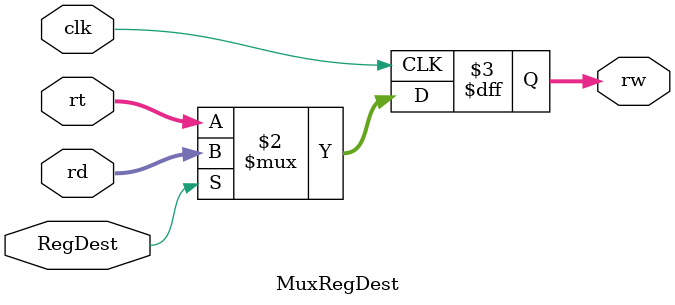
<source format=v>
`timescale 1ns / 1ps

module MuxRegDest(clk,
                  rt,
                  rd,
                  RegDest,
                  rw);
                  
    input [4:0] rt, rd;
    input RegDest;
    output reg [4:0] rw;
    input clk;

    always @(posedge clk) begin
      rw = (RegDest) ? rd:rt;
    end
endmodule // main

</source>
